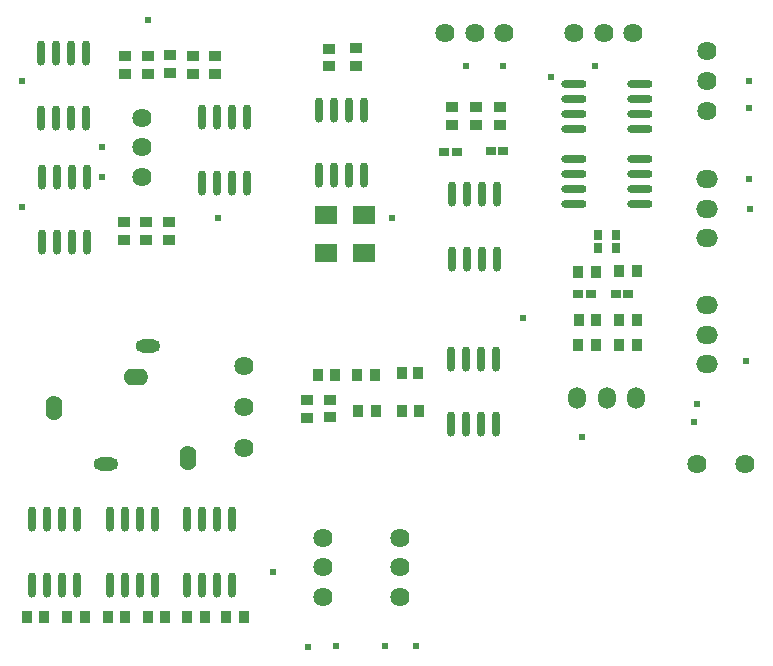
<source format=gts>
G04 Layer: TopSolderMaskLayer*
G04 EasyEDA Pro v2.2.43.4, 2025-11-03 20:05:48*
G04 Gerber Generator version 0.3*
G04 Scale: 100 percent, Rotated: No, Reflected: No*
G04 Dimensions in millimeters*
G04 Leading zeros omitted, absolute positions, 4 integers and 5 decimals*
G04 Generated by one-click*
%FSLAX45Y45*%
%MOMM*%
%AMRoundRect*1,1,$1,$2,$3*1,1,$1,$4,$5*1,1,$1,0-$2,0-$3*1,1,$1,0-$4,0-$5*20,1,$1,$2,$3,$4,$5,0*20,1,$1,$4,$5,0-$2,0-$3,0*20,1,$1,0-$2,0-$3,0-$4,0-$5,0*20,1,$1,0-$4,0-$5,$2,$3,0*4,1,4,$2,$3,$4,$5,0-$2,0-$3,0-$4,0-$5,$2,$3,0*%
%ADD10C,1.6256*%
%ADD11RoundRect,0.09549X-0.86705X-0.74556X-0.86705X0.74556*%
%ADD12RoundRect,0.08771X-0.40199X0.27695X0.40199X0.27695*%
%ADD13RoundRect,0.08771X-0.27695X-0.40199X-0.27695X0.40199*%
%ADD14RoundRect,0.09131X-0.40514X0.45514X0.40514X0.45514*%
%ADD15RoundRect,0.09138X-0.43711X-0.40835X-0.43711X0.40835*%
%ADD16RoundRect,0.09138X-0.40835X0.43711X0.40835X0.43711*%
%ADD17O,1.85161X1.5016*%
%ADD18O,1.5016X1.85161*%
%ADD19C,0.6040*%
%ADD20C,0.6016*%
%ADD21O,0.68961X2.1466*%
%ADD22O,2.1466X0.68961*%
%ADD23O,1.4016X2.1016*%
%ADD24O,2.1016X1.1016*%
%ADD25O,2.1016X1.4016*%
G75*


G04 Pad Start*
G54D10*
G01X2730500Y-4813300D03*
G01X2730500Y-5161154D03*
G01X2730500Y-5509134D03*
G01X6972300Y-5638800D03*
G01X6565900Y-5638800D03*
G54D11*
G01X3424458Y-3854077D03*
G01X3424458Y-3535561D03*
G01X3748418Y-3536577D03*
G01X3748418Y-3855093D03*
G54D12*
G01X4818583Y-2988208D03*
G01X4927600Y-2988208D03*
G01X4534146Y-2996949D03*
G01X4425130Y-2996949D03*
G01X5985408Y-4203700D03*
G01X5876392Y-4203700D03*
G01X5667908Y-4203700D03*
G01X5558892Y-4203700D03*
G54D13*
G01X5727700Y-3813708D03*
G01X5727700Y-3704692D03*
G01X5880100Y-3813708D03*
G01X5880100Y-3704692D03*
G54D14*
G01X4205168Y-4874095D03*
G01X4065163Y-4874095D03*
G01X4210202Y-5194300D03*
G01X4070198Y-5194300D03*
G54D15*
G01X2298700Y-2185264D03*
G01X2298700Y-2335936D03*
G01X2489200Y-2335936D03*
G01X2489200Y-2185264D03*
G01X1727200Y-2185264D03*
G01X1727200Y-2335936D03*
G01X1918564Y-2336800D03*
G01X1918564Y-2186127D03*
G01X1713636Y-3744773D03*
G01X1713636Y-3594100D03*
G01X2107983Y-2181821D03*
G01X2107983Y-2332493D03*
G01X1904140Y-3591521D03*
G01X1904140Y-3742193D03*
G01X2095500Y-3745636D03*
G01X2095500Y-3594964D03*
G01X3683000Y-2121764D03*
G01X3683000Y-2272436D03*
G01X3452520Y-2274879D03*
G01X3452520Y-2124206D03*
G01X4898466Y-2622290D03*
G01X4898466Y-2772962D03*
G01X4695538Y-2767485D03*
G01X4695538Y-2616812D03*
G01X4492338Y-2616812D03*
G01X4492338Y-2767485D03*
G54D16*
G01X6059347Y-4008232D03*
G01X5908674Y-4008232D03*
G01X5712409Y-4013200D03*
G01X5561736Y-4013200D03*
G01X5710851Y-4636726D03*
G01X5560178Y-4636726D03*
G01X6057036Y-4635500D03*
G01X5906364Y-4635500D03*
G01X5906364Y-4419600D03*
G01X6057036Y-4419600D03*
G01X5563464Y-4419600D03*
G01X5714136Y-4419600D03*
G01X1726336Y-6934200D03*
G01X1575664Y-6934200D03*
G01X1232764Y-6934200D03*
G01X1383436Y-6934200D03*
G01X889864Y-6934200D03*
G01X1040536Y-6934200D03*
G01X2729636Y-6934200D03*
G01X2578964Y-6934200D03*
G01X2248764Y-6934200D03*
G01X2399436Y-6934200D03*
G01X2065270Y-6936689D03*
G01X1914597Y-6936689D03*
G54D17*
G01X6654797Y-3729802D03*
G01X6654797Y-3479815D03*
G01X6654797Y-3229803D03*
G54D10*
G01X1866900Y-2959113D03*
G01X1866900Y-2709100D03*
G01X1866900Y-3209099D03*
G01X4686313Y-1993900D03*
G01X4436301Y-1993900D03*
G01X4936300Y-1993900D03*
G01X5778513Y-1993900D03*
G01X5528501Y-1993900D03*
G01X6028500Y-1993900D03*
G01X6654800Y-2400300D03*
G01X6654800Y-2146300D03*
G01X6654800Y-2654300D03*
G54D18*
G01X6053902Y-5080003D03*
G01X5803915Y-5080003D03*
G01X5553903Y-5080003D03*
G54D17*
G01X6654797Y-4796602D03*
G01X6654797Y-4546615D03*
G01X6654797Y-4296603D03*
G54D10*
G01X3403587Y-6515100D03*
G01X3403587Y-6265088D03*
G01X3403587Y-6765087D03*
G01X4051300Y-6515113D03*
G01X4051300Y-6265100D03*
G01X4051300Y-6765099D03*
G54D16*
G01X3847236Y-5194300D03*
G01X3696564Y-5194300D03*
G01X3841954Y-4885512D03*
G01X3691282Y-4885512D03*
G01X3353664Y-4889500D03*
G01X3504336Y-4889500D03*
G54D20*
G01X850900Y-2400300D03*
G01X1917700Y-1879600D03*
G01X2508780Y-3561392D03*
G01X850900Y-3467100D03*
G01X3987800Y-3556000D03*
G01X5089238Y-4406649D03*
G01X6540019Y-5284373D03*
G01X2980280Y-6552932D03*
G54D21*
G01X1397000Y-2161159D03*
G01X1270000Y-2161159D03*
G01X1143000Y-2161159D03*
G01X1016000Y-2161159D03*
G01X1397000Y-2715641D03*
G01X1270000Y-2715641D03*
G01X1143000Y-2715641D03*
G01X1016000Y-2715641D03*
G01X2755900Y-2707259D03*
G01X2628900Y-2707259D03*
G01X2501900Y-2707259D03*
G01X2374900Y-2707259D03*
G01X2755900Y-3261741D03*
G01X2628900Y-3261741D03*
G01X2501900Y-3261741D03*
G01X2374900Y-3261741D03*
G01X1017490Y-3765434D03*
G01X1144490Y-3765434D03*
G01X1271490Y-3765434D03*
G01X1398490Y-3765434D03*
G01X1017490Y-3210952D03*
G01X1144490Y-3210952D03*
G01X1271490Y-3210952D03*
G01X1398490Y-3210952D03*
G01X3746500Y-2643759D03*
G01X3619500Y-2643759D03*
G01X3492500Y-2643759D03*
G01X3365500Y-2643759D03*
G01X3746500Y-3198241D03*
G01X3619500Y-3198241D03*
G01X3492500Y-3198241D03*
G01X3365500Y-3198241D03*
G01X4876800Y-3354959D03*
G01X4749800Y-3354959D03*
G01X4622800Y-3354959D03*
G01X4495800Y-3354959D03*
G01X4876800Y-3909441D03*
G01X4749800Y-3909441D03*
G01X4622800Y-3909441D03*
G01X4495800Y-3909441D03*
G54D22*
G01X6081141Y-3441700D03*
G01X6081141Y-3314700D03*
G01X6081141Y-3187700D03*
G01X6081141Y-3060700D03*
G01X5526659Y-3441700D03*
G01X5526659Y-3314700D03*
G01X5526659Y-3187700D03*
G01X5526659Y-3060700D03*
G01X6081141Y-2806700D03*
G01X6081141Y-2679700D03*
G01X6081141Y-2552700D03*
G01X6081141Y-2425700D03*
G01X5526659Y-2806700D03*
G01X5526659Y-2679700D03*
G01X5526659Y-2552700D03*
G01X5526659Y-2425700D03*
G54D21*
G01X939800Y-6665341D03*
G01X1066800Y-6665341D03*
G01X1193800Y-6665341D03*
G01X1320800Y-6665341D03*
G01X939800Y-6110859D03*
G01X1066800Y-6110859D03*
G01X1193800Y-6110859D03*
G01X1320800Y-6110859D03*
G01X1600200Y-6665341D03*
G01X1727200Y-6665341D03*
G01X1854200Y-6665341D03*
G01X1981200Y-6665341D03*
G01X1600200Y-6110859D03*
G01X1727200Y-6110859D03*
G01X1854200Y-6110859D03*
G01X1981200Y-6110859D03*
G01X2247900Y-6665341D03*
G01X2374900Y-6665341D03*
G01X2501900Y-6665341D03*
G01X2628900Y-6665341D03*
G01X2247900Y-6110859D03*
G01X2374900Y-6110859D03*
G01X2501900Y-6110859D03*
G01X2628900Y-6110859D03*
G01X4864100Y-4751959D03*
G01X4737100Y-4751959D03*
G01X4610100Y-4751959D03*
G01X4483100Y-4751959D03*
G01X4864100Y-5306441D03*
G01X4737100Y-5306441D03*
G01X4610100Y-5306441D03*
G01X4483100Y-5306441D03*
G54D23*
G01X1124077Y-5163500D03*
G54D24*
G01X1564259Y-5643499D03*
G01X1914271Y-4643501D03*
G54D23*
G01X2254123Y-5593499D03*
G54D25*
G01X1814195Y-4903500D03*
G54D15*
G01X3264220Y-5251066D03*
G01X3264220Y-5100394D03*
G01X3457090Y-5096281D03*
G01X3457090Y-5246954D03*
G54D20*
G01X1528497Y-2956998D03*
G01X1525297Y-3209398D03*
G01X4610100Y-2273300D03*
G01X3512897Y-7185997D03*
G01X3269997Y-7187597D03*
G01X4927600Y-2273300D03*
G01X7010400Y-3225800D03*
G01X7011595Y-3480899D03*
G01X5701895Y-2275999D03*
G01X5330394Y-2366499D03*
G01X7009995Y-2398198D03*
G01X7008395Y-2623598D03*
G01X5595596Y-5414397D03*
G01X6978296Y-4768298D03*
G01X6565900Y-5130800D03*
G01X4190696Y-7182796D03*
G01X3927197Y-7184396D03*
G04 Pad End*

M02*


</source>
